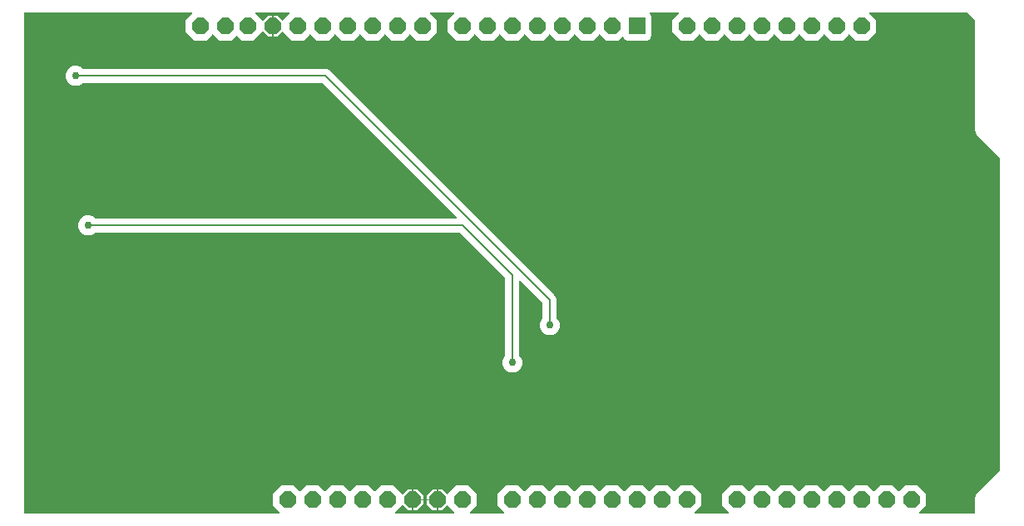
<source format=gbr>
G04 EAGLE Gerber RS-274X export*
G75*
%MOMM*%
%FSLAX34Y34*%
%LPD*%
%INBottom Copper*%
%IPPOS*%
%AMOC8*
5,1,8,0,0,1.08239X$1,22.5*%
G01*
G04 Define Apertures*
%ADD10P,1.81452X8X22.5*%
%ADD11R,1.676400X1.676400*%
%ADD12C,0.756400*%
%ADD13C,0.152400*%
G36*
X270993Y11490D02*
X271244Y11662D01*
X271407Y11917D01*
X271458Y12216D01*
X271388Y12511D01*
X271235Y12731D01*
X264668Y19298D01*
X264668Y31502D01*
X273298Y40132D01*
X285502Y40132D01*
X291561Y34073D01*
X291814Y33906D01*
X292112Y33850D01*
X292408Y33915D01*
X292639Y34073D01*
X298698Y40132D01*
X310902Y40132D01*
X316961Y34073D01*
X317214Y33906D01*
X317512Y33850D01*
X317808Y33915D01*
X318039Y34073D01*
X324098Y40132D01*
X336302Y40132D01*
X342361Y34073D01*
X342614Y33906D01*
X342912Y33850D01*
X343208Y33915D01*
X343439Y34073D01*
X349498Y40132D01*
X361702Y40132D01*
X367761Y34073D01*
X368014Y33906D01*
X368312Y33850D01*
X368608Y33915D01*
X368839Y34073D01*
X374898Y40132D01*
X387102Y40132D01*
X395855Y31379D01*
X396108Y31211D01*
X396406Y31156D01*
X396702Y31221D01*
X396933Y31379D01*
X401876Y36322D01*
X405638Y36322D01*
X405638Y14478D01*
X401876Y14478D01*
X396933Y19421D01*
X396680Y19589D01*
X396382Y19644D01*
X396086Y19579D01*
X395855Y19421D01*
X389165Y12731D01*
X388998Y12478D01*
X388942Y12180D01*
X389007Y11884D01*
X389182Y11636D01*
X389441Y11477D01*
X389704Y11430D01*
X448496Y11430D01*
X448793Y11490D01*
X449044Y11662D01*
X449207Y11917D01*
X449258Y12216D01*
X449188Y12511D01*
X449035Y12731D01*
X442345Y19421D01*
X442092Y19589D01*
X441794Y19644D01*
X441498Y19579D01*
X441267Y19421D01*
X436324Y14478D01*
X432562Y14478D01*
X432562Y36322D01*
X436324Y36322D01*
X441267Y31379D01*
X441520Y31211D01*
X441818Y31156D01*
X442114Y31221D01*
X442345Y31379D01*
X451098Y40132D01*
X463302Y40132D01*
X471932Y31502D01*
X471932Y19298D01*
X465365Y12731D01*
X465198Y12478D01*
X465142Y12180D01*
X465207Y11884D01*
X465382Y11636D01*
X465641Y11477D01*
X465904Y11430D01*
X499296Y11430D01*
X499593Y11490D01*
X499844Y11662D01*
X500007Y11917D01*
X500058Y12216D01*
X499988Y12511D01*
X499835Y12731D01*
X493268Y19298D01*
X493268Y31502D01*
X501898Y40132D01*
X514102Y40132D01*
X520161Y34073D01*
X520414Y33906D01*
X520712Y33850D01*
X521008Y33915D01*
X521239Y34073D01*
X527298Y40132D01*
X539502Y40132D01*
X545561Y34073D01*
X545814Y33906D01*
X546112Y33850D01*
X546408Y33915D01*
X546639Y34073D01*
X552698Y40132D01*
X564902Y40132D01*
X570961Y34073D01*
X571214Y33906D01*
X571512Y33850D01*
X571808Y33915D01*
X572039Y34073D01*
X578098Y40132D01*
X590302Y40132D01*
X596361Y34073D01*
X596614Y33906D01*
X596912Y33850D01*
X597208Y33915D01*
X597439Y34073D01*
X603498Y40132D01*
X615702Y40132D01*
X621761Y34073D01*
X622014Y33906D01*
X622312Y33850D01*
X622608Y33915D01*
X622839Y34073D01*
X628898Y40132D01*
X641102Y40132D01*
X647161Y34073D01*
X647414Y33906D01*
X647712Y33850D01*
X648008Y33915D01*
X648239Y34073D01*
X654298Y40132D01*
X666502Y40132D01*
X672561Y34073D01*
X672814Y33906D01*
X673112Y33850D01*
X673408Y33915D01*
X673639Y34073D01*
X679698Y40132D01*
X691902Y40132D01*
X700532Y31502D01*
X700532Y19298D01*
X693965Y12731D01*
X693798Y12478D01*
X693742Y12180D01*
X693807Y11884D01*
X693982Y11636D01*
X694241Y11477D01*
X694504Y11430D01*
X727896Y11430D01*
X728193Y11490D01*
X728444Y11662D01*
X728607Y11917D01*
X728658Y12216D01*
X728588Y12511D01*
X728435Y12731D01*
X721868Y19298D01*
X721868Y31502D01*
X730498Y40132D01*
X742702Y40132D01*
X748761Y34073D01*
X749014Y33906D01*
X749312Y33850D01*
X749608Y33915D01*
X749839Y34073D01*
X755898Y40132D01*
X768102Y40132D01*
X774161Y34073D01*
X774414Y33906D01*
X774712Y33850D01*
X775008Y33915D01*
X775239Y34073D01*
X781298Y40132D01*
X793502Y40132D01*
X799561Y34073D01*
X799814Y33906D01*
X800112Y33850D01*
X800408Y33915D01*
X800639Y34073D01*
X806698Y40132D01*
X818902Y40132D01*
X824961Y34073D01*
X825214Y33906D01*
X825512Y33850D01*
X825808Y33915D01*
X826039Y34073D01*
X832098Y40132D01*
X844302Y40132D01*
X850361Y34073D01*
X850614Y33906D01*
X850912Y33850D01*
X851208Y33915D01*
X851439Y34073D01*
X857498Y40132D01*
X869702Y40132D01*
X875761Y34073D01*
X876014Y33906D01*
X876312Y33850D01*
X876608Y33915D01*
X876839Y34073D01*
X882898Y40132D01*
X895102Y40132D01*
X901161Y34073D01*
X901414Y33906D01*
X901712Y33850D01*
X902008Y33915D01*
X902239Y34073D01*
X908298Y40132D01*
X920502Y40132D01*
X929132Y31502D01*
X929132Y19298D01*
X922565Y12731D01*
X922398Y12478D01*
X922342Y12180D01*
X922407Y11884D01*
X922582Y11636D01*
X922841Y11477D01*
X923104Y11430D01*
X978408Y11430D01*
X978705Y11490D01*
X978955Y11662D01*
X979119Y11917D01*
X979170Y12192D01*
X979170Y27674D01*
X980910Y31875D01*
X1004347Y55311D01*
X1004514Y55564D01*
X1004570Y55850D01*
X1004570Y373410D01*
X1004510Y373707D01*
X1004347Y373949D01*
X980910Y397385D01*
X979170Y401586D01*
X979170Y513110D01*
X979110Y513407D01*
X978947Y513649D01*
X970849Y521747D01*
X970596Y521914D01*
X970310Y521970D01*
X872304Y521970D01*
X872007Y521910D01*
X871756Y521738D01*
X871593Y521483D01*
X871542Y521184D01*
X871612Y520889D01*
X871765Y520669D01*
X878332Y514102D01*
X878332Y501898D01*
X869702Y493268D01*
X857498Y493268D01*
X851439Y499327D01*
X851186Y499495D01*
X850888Y499550D01*
X850592Y499485D01*
X850361Y499327D01*
X844302Y493268D01*
X832098Y493268D01*
X826039Y499327D01*
X825786Y499495D01*
X825488Y499550D01*
X825192Y499485D01*
X824961Y499327D01*
X818902Y493268D01*
X806698Y493268D01*
X800639Y499327D01*
X800386Y499495D01*
X800088Y499550D01*
X799792Y499485D01*
X799561Y499327D01*
X793502Y493268D01*
X781298Y493268D01*
X775239Y499327D01*
X774986Y499495D01*
X774688Y499550D01*
X774392Y499485D01*
X774161Y499327D01*
X768102Y493268D01*
X755898Y493268D01*
X749839Y499327D01*
X749586Y499495D01*
X749288Y499550D01*
X748992Y499485D01*
X748761Y499327D01*
X742702Y493268D01*
X730498Y493268D01*
X724439Y499327D01*
X724186Y499495D01*
X723888Y499550D01*
X723592Y499485D01*
X723361Y499327D01*
X717302Y493268D01*
X705098Y493268D01*
X699039Y499327D01*
X698786Y499495D01*
X698488Y499550D01*
X698192Y499485D01*
X697961Y499327D01*
X691902Y493268D01*
X679698Y493268D01*
X671068Y501898D01*
X671068Y514102D01*
X677635Y520669D01*
X677803Y520922D01*
X677858Y521220D01*
X677793Y521516D01*
X677618Y521764D01*
X677360Y521923D01*
X677096Y521970D01*
X648614Y521970D01*
X648317Y521910D01*
X648067Y521738D01*
X647903Y521483D01*
X647852Y521184D01*
X647922Y520889D01*
X648075Y520669D01*
X648765Y519979D01*
X649732Y517645D01*
X649732Y498355D01*
X648765Y496021D01*
X646979Y494235D01*
X644645Y493268D01*
X625355Y493268D01*
X623021Y494235D01*
X621235Y496021D01*
X620857Y496933D01*
X620688Y497184D01*
X620433Y497350D01*
X620135Y497403D01*
X619839Y497336D01*
X619614Y497180D01*
X615702Y493268D01*
X603498Y493268D01*
X597439Y499327D01*
X597186Y499495D01*
X596888Y499550D01*
X596592Y499485D01*
X596361Y499327D01*
X590302Y493268D01*
X578098Y493268D01*
X572039Y499327D01*
X571786Y499495D01*
X571488Y499550D01*
X571192Y499485D01*
X570961Y499327D01*
X564902Y493268D01*
X552698Y493268D01*
X546639Y499327D01*
X546386Y499495D01*
X546088Y499550D01*
X545792Y499485D01*
X545561Y499327D01*
X539502Y493268D01*
X527298Y493268D01*
X521239Y499327D01*
X520986Y499495D01*
X520688Y499550D01*
X520392Y499485D01*
X520161Y499327D01*
X514102Y493268D01*
X501898Y493268D01*
X495839Y499327D01*
X495586Y499495D01*
X495288Y499550D01*
X494992Y499485D01*
X494761Y499327D01*
X488702Y493268D01*
X476498Y493268D01*
X470439Y499327D01*
X470186Y499495D01*
X469888Y499550D01*
X469592Y499485D01*
X469361Y499327D01*
X463302Y493268D01*
X451098Y493268D01*
X442468Y501898D01*
X442468Y514102D01*
X449035Y520669D01*
X449203Y520922D01*
X449258Y521220D01*
X449193Y521516D01*
X449018Y521764D01*
X448760Y521923D01*
X448496Y521970D01*
X425264Y521970D01*
X424967Y521910D01*
X424716Y521738D01*
X424553Y521483D01*
X424502Y521184D01*
X424572Y520889D01*
X424725Y520669D01*
X431292Y514102D01*
X431292Y501898D01*
X422662Y493268D01*
X410458Y493268D01*
X404399Y499327D01*
X404146Y499495D01*
X403848Y499550D01*
X403552Y499485D01*
X403321Y499327D01*
X397262Y493268D01*
X385058Y493268D01*
X378999Y499327D01*
X378746Y499495D01*
X378448Y499550D01*
X378152Y499485D01*
X377921Y499327D01*
X371862Y493268D01*
X359658Y493268D01*
X353599Y499327D01*
X353346Y499495D01*
X353048Y499550D01*
X352752Y499485D01*
X352521Y499327D01*
X346462Y493268D01*
X334258Y493268D01*
X328199Y499327D01*
X327946Y499495D01*
X327648Y499550D01*
X327352Y499485D01*
X327121Y499327D01*
X321062Y493268D01*
X308858Y493268D01*
X302799Y499327D01*
X302546Y499495D01*
X302248Y499550D01*
X301952Y499485D01*
X301721Y499327D01*
X295662Y493268D01*
X283458Y493268D01*
X274705Y502021D01*
X274452Y502189D01*
X274154Y502244D01*
X273858Y502179D01*
X273627Y502021D01*
X268684Y497078D01*
X264922Y497078D01*
X264922Y518922D01*
X268684Y518922D01*
X273627Y513979D01*
X273880Y513811D01*
X274178Y513756D01*
X274474Y513821D01*
X274705Y513979D01*
X281395Y520669D01*
X281563Y520922D01*
X281618Y521220D01*
X281553Y521516D01*
X281378Y521764D01*
X281120Y521923D01*
X280856Y521970D01*
X247464Y521970D01*
X247167Y521910D01*
X246916Y521738D01*
X246753Y521483D01*
X246702Y521184D01*
X246772Y520889D01*
X246925Y520669D01*
X253615Y513979D01*
X253868Y513811D01*
X254166Y513756D01*
X254462Y513821D01*
X254693Y513979D01*
X259636Y518922D01*
X263398Y518922D01*
X263398Y497078D01*
X259636Y497078D01*
X254693Y502021D01*
X254440Y502189D01*
X254142Y502244D01*
X253846Y502179D01*
X253615Y502021D01*
X244862Y493268D01*
X232658Y493268D01*
X227869Y498057D01*
X227616Y498225D01*
X227318Y498280D01*
X227022Y498215D01*
X226791Y498057D01*
X222002Y493268D01*
X209798Y493268D01*
X203739Y499327D01*
X203486Y499495D01*
X203188Y499550D01*
X202892Y499485D01*
X202661Y499327D01*
X196602Y493268D01*
X184398Y493268D01*
X175768Y501898D01*
X175768Y514102D01*
X182335Y520669D01*
X182503Y520922D01*
X182558Y521220D01*
X182493Y521516D01*
X182318Y521764D01*
X182060Y521923D01*
X181796Y521970D01*
X12192Y521970D01*
X11895Y521910D01*
X11645Y521738D01*
X11481Y521483D01*
X11430Y521208D01*
X11430Y12192D01*
X11490Y11895D01*
X11662Y11645D01*
X11917Y11481D01*
X12192Y11430D01*
X270696Y11430D01*
X270993Y11490D01*
G37*
%LPC*%
G36*
X505985Y154968D02*
X502261Y156511D01*
X499411Y159361D01*
X497868Y163085D01*
X497868Y167115D01*
X499411Y170839D01*
X500665Y172094D01*
X500832Y172347D01*
X500888Y172632D01*
X500888Y250739D01*
X500828Y251036D01*
X500665Y251277D01*
X454477Y297465D01*
X454224Y297632D01*
X453939Y297688D01*
X83732Y297688D01*
X83435Y297628D01*
X83194Y297465D01*
X81939Y296211D01*
X78215Y294668D01*
X74185Y294668D01*
X70461Y296211D01*
X67611Y299061D01*
X66068Y302785D01*
X66068Y306815D01*
X67611Y310539D01*
X70461Y313390D01*
X74185Y314932D01*
X78215Y314932D01*
X81939Y313390D01*
X83194Y312135D01*
X83447Y311968D01*
X83732Y311912D01*
X450891Y311912D01*
X451188Y311972D01*
X451438Y312144D01*
X451601Y312399D01*
X451652Y312698D01*
X451582Y312993D01*
X451429Y313213D01*
X314777Y449865D01*
X314524Y450032D01*
X314239Y450088D01*
X71032Y450088D01*
X70735Y450028D01*
X70494Y449865D01*
X69239Y448611D01*
X65515Y447068D01*
X61485Y447068D01*
X57761Y448611D01*
X54911Y451461D01*
X53368Y455185D01*
X53368Y459215D01*
X54911Y462939D01*
X57761Y465790D01*
X61485Y467332D01*
X65515Y467332D01*
X69239Y465790D01*
X70494Y464535D01*
X70747Y464368D01*
X71032Y464312D01*
X318915Y464312D01*
X321529Y463229D01*
X552129Y232629D01*
X553212Y230015D01*
X553212Y210732D01*
X553272Y210435D01*
X553435Y210194D01*
X554690Y208939D01*
X556232Y205215D01*
X556232Y201185D01*
X554690Y197461D01*
X551839Y194611D01*
X548115Y193068D01*
X544085Y193068D01*
X540361Y194611D01*
X537511Y197461D01*
X535968Y201185D01*
X535968Y205215D01*
X537511Y208939D01*
X538765Y210194D01*
X538932Y210447D01*
X538988Y210732D01*
X538988Y225339D01*
X538928Y225636D01*
X538765Y225877D01*
X516413Y248229D01*
X516160Y248397D01*
X515862Y248452D01*
X515566Y248387D01*
X515318Y248212D01*
X515159Y247954D01*
X515112Y247691D01*
X515112Y172632D01*
X515172Y172335D01*
X515335Y172094D01*
X516590Y170839D01*
X518132Y167115D01*
X518132Y163085D01*
X516590Y159361D01*
X513739Y156511D01*
X510015Y154968D01*
X505985Y154968D01*
G37*
G36*
X420878Y26162D02*
X420878Y29924D01*
X427276Y36322D01*
X431038Y36322D01*
X431038Y26162D01*
X420878Y26162D01*
G37*
G36*
X407162Y26162D02*
X407162Y36322D01*
X410924Y36322D01*
X417322Y29924D01*
X417322Y26162D01*
X407162Y26162D01*
G37*
G36*
X427276Y14478D02*
X420878Y20876D01*
X420878Y24638D01*
X431038Y24638D01*
X431038Y14478D01*
X427276Y14478D01*
G37*
G36*
X407162Y14478D02*
X407162Y24638D01*
X417322Y24638D01*
X417322Y20876D01*
X410924Y14478D01*
X407162Y14478D01*
G37*
%LPD*%
D10*
X533400Y508000D03*
X508000Y25400D03*
X558800Y508000D03*
X584200Y508000D03*
X609600Y508000D03*
D11*
X635000Y508000D03*
D10*
X508000Y508000D03*
X482600Y508000D03*
X457200Y508000D03*
X416560Y508000D03*
X391160Y508000D03*
X365760Y508000D03*
X340360Y508000D03*
X314960Y508000D03*
X289560Y508000D03*
X264160Y508000D03*
X238760Y508000D03*
X533400Y25400D03*
X558800Y25400D03*
X584200Y25400D03*
X609600Y25400D03*
X635000Y25400D03*
X457200Y25400D03*
X431800Y25400D03*
X406400Y25400D03*
X381000Y25400D03*
X355600Y25400D03*
X330200Y25400D03*
X685800Y508000D03*
X711200Y508000D03*
X736600Y508000D03*
X762000Y508000D03*
X787400Y508000D03*
X812800Y508000D03*
X838200Y508000D03*
X863600Y508000D03*
X660400Y25400D03*
X685800Y25400D03*
X736600Y25400D03*
X762000Y25400D03*
X787400Y25400D03*
X812800Y25400D03*
X838200Y25400D03*
X863600Y25400D03*
X889000Y25400D03*
X914400Y25400D03*
X215900Y508000D03*
X190500Y508000D03*
X304800Y25400D03*
X279400Y25400D03*
D12*
X215900Y73660D03*
X38100Y38100D03*
X121920Y172720D03*
X287020Y63500D03*
X60960Y474980D03*
X63500Y439420D03*
X60960Y345440D03*
X60960Y297180D03*
X571500Y101600D03*
X76200Y304800D03*
D13*
X457200Y304800D01*
X508000Y254000D01*
X508000Y165100D01*
D12*
X508000Y165100D03*
X63500Y457200D03*
D13*
X317500Y457200D01*
X546100Y228600D01*
D12*
X546100Y203200D03*
D13*
X546100Y228600D01*
M02*

</source>
